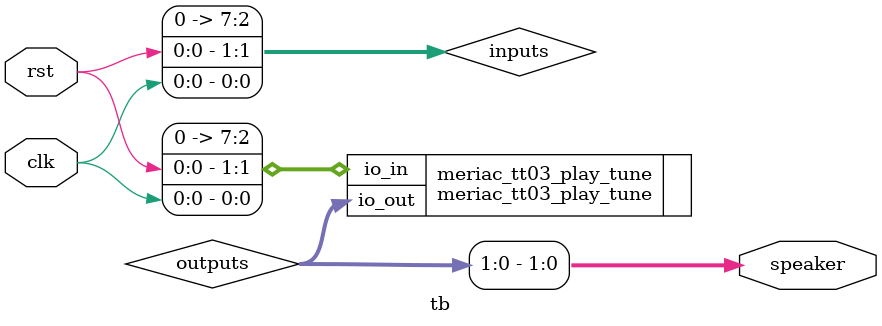
<source format=v>
`default_nettype none
`timescale 1ns/1ps

/*
this testbench just instantiates the module and makes some convenient wires
that can be driven / tested by the cocotb test.py
*/

module tb (
    // testbench is controlled by test.py
    input clk,
    input rst,
    output [1:0] speaker
   );

    // this part dumps the trace to a vcd file that can be viewed with GTKWave
    initial begin
        $dumpfile ("tb.vcd");
        $dumpvars (0, tb);
        #1;
    end

    // wire up the inputs and outputs
    wire [7:0] inputs = {6'b0, rst, clk};
    wire [7:0] outputs;
    assign speaker = outputs[1:0];

    // instantiate the DUT
    meriac_tt03_play_tune #(.MAX_COUNT(100)) meriac_tt03_play_tune(
        .io_in  (inputs),
        .io_out (outputs)
        );

endmodule

</source>
